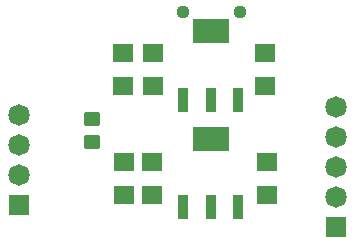
<source format=gbr>
G04 DipTrace 4.3.0.3*
G04 GBS.gbr*
%MOMM*%
G04 #@! TF.FileFunction,Soldermask,Bot*
G04 #@! TF.Part,Single*
%AMOUTLINE7*
4,1,28,
-0.49975,0.59998,
0.4997,0.60002,
0.55385,0.59289,
0.60126,0.57326,
0.64197,0.54202,
0.67321,0.50131,
0.69285,0.4539,
0.69998,0.39975,
0.70002,-0.39969,
0.69289,-0.45385,
0.67325,-0.50126,
0.64202,-0.54197,
0.60131,-0.57321,
0.5539,-0.59285,
0.49975,-0.59998,
-0.4997,-0.60002,
-0.55385,-0.59289,
-0.60126,-0.57326,
-0.64197,-0.54202,
-0.67321,-0.50131,
-0.69285,-0.4539,
-0.69998,-0.39975,
-0.70002,0.39969,
-0.69289,0.45385,
-0.67325,0.50126,
-0.64202,0.54197,
-0.60131,0.57321,
-0.5539,0.59285,
-0.49975,0.59998,
0*%
%ADD36C,1.1192*%
%ADD37R,3.15X2.05*%
%ADD38R,0.85X2.05*%
%ADD40R,1.7X1.5*%
%ADD41C,1.82*%
%ADD42R,1.82X1.82*%
%ADD52OUTLINE7*%
%FSLAX35Y35*%
G04*
G71*
G90*
G75*
G01*
G04 BotMask*
%LPD*%
D42*
X3870009Y1360000D3*
D41*
X3870005Y1614000D3*
X3870000Y1868000D3*
X3869995Y2122000D3*
X3869991Y2376000D3*
D40*
X3280004Y1635000D3*
X3279996Y1915000D3*
X2310004Y1635000D3*
X2309996Y1915000D3*
X2070000Y1635000D3*
Y1915000D3*
X3270000Y2560000D3*
Y2840000D3*
X2065000Y2560000D3*
Y2840000D3*
X2320000Y2560000D3*
Y2840000D3*
D52*
X1805000Y2275000D3*
Y2085000D3*
D38*
X3035000Y2440000D3*
X2805000D3*
X2575000D3*
D37*
X2805000Y3020000D3*
D38*
X3035000Y1530000D3*
X2805000D3*
X2575000D3*
D37*
X2805000Y2110000D3*
D42*
X1185000Y1550000D3*
D41*
Y1804000D3*
Y2058000D3*
Y2312000D3*
D36*
X2568700Y3180000D3*
X3051300D3*
M02*

</source>
